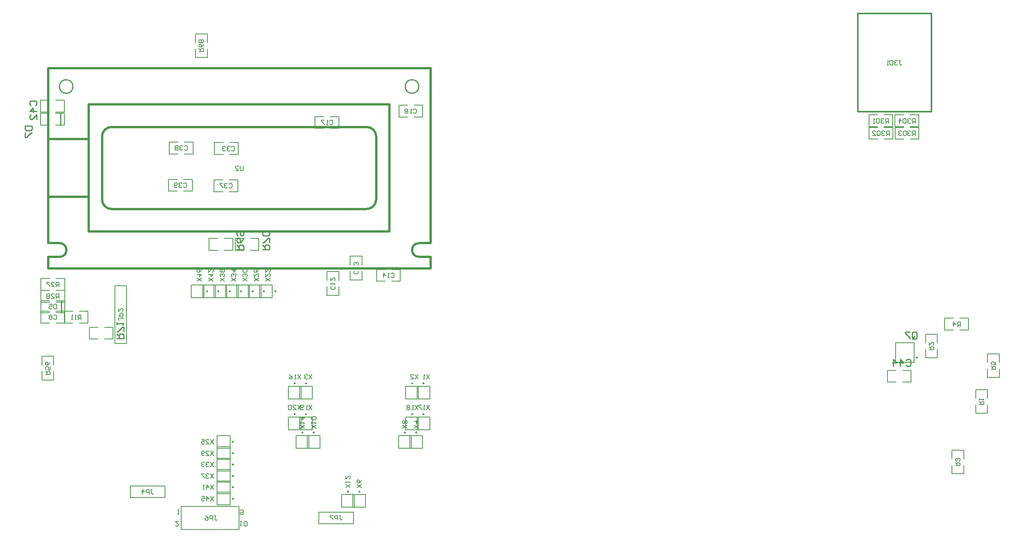
<source format=gbo>
%FSLAX43Y43*%
%MOMM*%
G71*
G01*
G75*
%ADD10C,0.300*%
%ADD11C,0.200*%
%ADD12R,1.600X1.800*%
%ADD13R,0.550X1.450*%
%ADD14R,0.550X1.450*%
%ADD15R,0.850X1.300*%
%ADD16C,0.063*%
%ADD17R,10.200X7.300*%
%ADD18R,3.500X2.150*%
%ADD19R,1.100X2.150*%
%ADD20R,1.100X2.150*%
%ADD21R,0.600X2.200*%
%ADD22R,0.600X2.200*%
%ADD23R,2.200X0.600*%
%ADD24R,2.200X0.600*%
%ADD25R,1.800X1.600*%
%ADD26R,1.300X0.850*%
%ADD27R,1.000X2.600*%
%ADD28R,8.000X3.500*%
%ADD29R,6.000X6.000*%
%ADD30R,4.000X3.000*%
%ADD31R,3.000X4.000*%
%ADD32O,5.000X0.600*%
%ADD33R,0.600X1.550*%
%ADD34R,0.600X1.550*%
%ADD35R,1.700X0.600*%
%ADD36R,1.700X0.600*%
%ADD37R,2.700X2.500*%
%ADD38C,1.000*%
%ADD39C,0.400*%
%ADD40C,0.250*%
%ADD41C,0.500*%
%ADD42C,0.800*%
%ADD43C,0.700*%
%ADD44C,1.500*%
%ADD45C,0.600*%
%ADD46C,2.000*%
%ADD47C,0.254*%
%ADD48R,3.000X3.000*%
%ADD49C,1.500*%
%ADD50R,1.500X1.500*%
%ADD51C,5.000*%
%ADD52C,2.400*%
%ADD53C,4.000*%
%ADD54C,2.000*%
%ADD55R,2.000X2.000*%
%ADD56C,1.300*%
%ADD57C,1.400*%
%ADD58C,5.500*%
%ADD59C,3.000*%
%ADD60C,1.800*%
%ADD61R,1.800X1.800*%
%ADD62C,3.500*%
%ADD63C,2.500*%
%ADD64C,1.690*%
%ADD65R,1.690X1.690*%
%ADD66O,1.500X2.000*%
%ADD67R,1.500X2.000*%
%ADD68C,1.200*%
%ADD69C,1.100*%
%ADD70C,0.180*%
%ADD71C,0.150*%
%ADD72C,0.480*%
D10*
X97450Y88550D02*
X105550Y88550D01*
X97450Y99350D02*
X97450Y88550D01*
X105550Y88550D02*
X113650Y88550D01*
X113650Y99350D01*
X97450Y110150D02*
X105550D01*
X97450Y99350D02*
Y110150D01*
X105550D02*
X113650D01*
Y99350D02*
Y110150D01*
D11*
X-50397Y79297D02*
X-48497D01*
X-50397Y81897D02*
X-48497D01*
X-53697Y79297D02*
X-51797D01*
X-53697Y81897D02*
X-51797D01*
X-53697Y79297D02*
Y81897D01*
X-48497Y79297D02*
Y81897D01*
X-81903Y44703D02*
X-80003D01*
X-81903Y42103D02*
X-80003D01*
X-78603Y44703D02*
X-76703D01*
X-78603Y42103D02*
X-76703D01*
Y44703D01*
X-81903Y42103D02*
Y44703D01*
X-21703Y87503D02*
X-19803D01*
X-21703Y84903D02*
X-19803D01*
X-18403Y87503D02*
X-16503D01*
X-18403Y84903D02*
X-16503D01*
Y87503D01*
X-21703Y84903D02*
Y87503D01*
X-43803Y81803D02*
X-41903D01*
X-43803Y79203D02*
X-41903D01*
X-40503Y81803D02*
X-38603D01*
X-40503Y79203D02*
X-38603D01*
Y81803D01*
X-43803Y79203D02*
Y81803D01*
X-43903Y73603D02*
X-42003D01*
X-43903Y71003D02*
X-42003D01*
X-40603Y73603D02*
X-38703D01*
X-40603Y71003D02*
X-38703D01*
Y73603D01*
X-43903Y71003D02*
Y73603D01*
X-50597Y71097D02*
X-48697D01*
X-50597Y73697D02*
X-48697D01*
X-53897Y71097D02*
X-51997D01*
X-53897Y73697D02*
X-51997D01*
X-53897Y71097D02*
Y73697D01*
X-48697Y71097D02*
Y73697D01*
X-19103Y48197D02*
Y50097D01*
X-16503Y48197D02*
Y50097D01*
X-19103Y51497D02*
Y53397D01*
X-16503Y51497D02*
Y53397D01*
X-19103D02*
X-16503D01*
X-19103Y48197D02*
X-16503D01*
X-11397Y54903D02*
Y56803D01*
X-13997Y54903D02*
Y56803D01*
X-11397Y51603D02*
Y53503D01*
X-13997Y51603D02*
Y53503D01*
Y51603D02*
X-11397D01*
X-13997Y56803D02*
X-11397D01*
X-4897Y51297D02*
X-2997D01*
X-4897Y53897D02*
X-2997D01*
X-8197Y51297D02*
X-6297D01*
X-8197Y53897D02*
X-6297D01*
X-8197Y51297D02*
Y53897D01*
X-2997Y51297D02*
Y53897D01*
X3Y87397D02*
X1903D01*
X3Y89997D02*
X1903D01*
X-3297Y87397D02*
X-1397D01*
X-3297Y89997D02*
X-1397D01*
X-3297Y87397D02*
Y89997D01*
X1903Y87397D02*
Y89997D01*
X-82005Y88212D02*
X-82005Y85612D01*
X-76805Y85612D02*
Y88212D01*
X-78705Y85612D02*
X-76805Y85612D01*
X-78705Y88212D02*
X-76805Y88212D01*
X-82005Y85612D02*
X-80105Y85612D01*
X-82005Y88212D02*
X-80105Y88212D01*
X-82003Y88503D02*
Y91103D01*
X-76803Y88503D02*
X-76803Y91103D01*
X-78703Y88503D02*
X-76803D01*
X-78703Y91103D02*
X-76803D01*
X-82003Y88503D02*
X-80103Y88503D01*
X-82003Y91103D02*
X-80103D01*
X-66097Y38597D02*
Y41197D01*
X-71297Y38597D02*
Y41197D01*
X-69397Y41197D01*
X-71297Y38597D02*
X-69397D01*
X-67997Y41197D02*
X-66097Y41197D01*
X-67997Y38597D02*
X-66097D01*
X-34097Y58097D02*
Y60697D01*
X-39297Y58097D02*
Y60697D01*
X-37397Y60697D01*
X-39297Y58097D02*
X-37397D01*
X-35997Y60697D02*
X-34097Y60697D01*
X-35997Y58097D02*
X-34097D01*
X-39797D02*
Y60697D01*
X-44997Y58097D02*
Y60697D01*
X-43097Y60697D01*
X-44997Y58097D02*
X-43097D01*
X-41697Y60697D02*
X-39797Y60697D01*
X-41697Y58097D02*
X-39797D01*
X-24800Y18650D02*
Y21450D01*
X-27600Y18650D02*
X-24800D01*
X-27600D02*
Y21450D01*
X-27600Y21450D02*
X-24800D01*
X-25100D02*
X-22300D01*
X-25100Y18650D02*
Y21450D01*
Y18650D02*
X-22300D01*
X-22300Y18650D02*
Y21450D01*
X3500Y25400D02*
Y28200D01*
X700Y25400D02*
X3500D01*
X700D02*
Y28200D01*
X700Y28200D02*
X3500D01*
X-73497Y42097D02*
X-71597D01*
X-73497Y44697D02*
X-71597Y44697D01*
X-76797Y42097D02*
X-74897D01*
X-76797Y44697D02*
X-74897Y44697D01*
X-76797Y42097D02*
Y44697D01*
X-71597Y42097D02*
Y44697D01*
X-78597Y49297D02*
X-76697D01*
X-78597Y51897D02*
X-76697Y51897D01*
X-81897Y49297D02*
X-79997D01*
X-81897Y51897D02*
X-79997Y51897D01*
X-81897Y49297D02*
Y51897D01*
X-76697Y49297D02*
Y51897D01*
X-81905Y47012D02*
X-80005Y47012D01*
X-81905Y44412D02*
X-80005Y44412D01*
X-78605Y47012D02*
X-76705Y47012D01*
X-78605Y44412D02*
X-76705Y44412D01*
Y47012D01*
X-81905Y47012D02*
X-81905Y44412D01*
X-78597Y46697D02*
X-76697Y46697D01*
X-78597Y49297D02*
X-76697Y49297D01*
X-81897Y46697D02*
X-79997Y46697D01*
X-81897Y49297D02*
X-79997Y49297D01*
X-81897Y46697D02*
Y49297D01*
X-76697Y46697D02*
Y49297D01*
X-47997Y105703D02*
X-45397D01*
X-47997Y100503D02*
X-45397D01*
X-47997Y102403D02*
X-47997Y100503D01*
X-45397D02*
Y102403D01*
X-47997Y103803D02*
X-47997Y105703D01*
X-45397Y103803D02*
Y105703D01*
X-62270Y6270D02*
X-54650D01*
Y3730D02*
Y6270D01*
X-62270Y3730D02*
X-54650D01*
X-62270D02*
Y6270D01*
X1000Y25400D02*
Y28200D01*
X-1800Y25400D02*
X1000D01*
X-1800D02*
Y28200D01*
X-1800Y28200D02*
X1000D01*
Y18650D02*
Y21450D01*
X-1800Y18650D02*
X1000D01*
X-1800D02*
Y21450D01*
X-1800Y21450D02*
X1000D01*
X1900Y14600D02*
Y17400D01*
X-900Y14600D02*
X1900D01*
X-900D02*
Y17400D01*
X-900Y17400D02*
X1900D01*
X3500Y18650D02*
Y21450D01*
X700Y18650D02*
X3500D01*
X700D02*
Y21450D01*
X700Y21450D02*
X3500D01*
X-24800Y25400D02*
Y28200D01*
X-27600Y25400D02*
X-24800D01*
X-27600D02*
Y28200D01*
X-27600Y28200D02*
X-24800D01*
X-22300Y25400D02*
Y28200D01*
X-25100Y25400D02*
X-22300D01*
X-25100D02*
Y28200D01*
X-25100Y28200D02*
X-22300D01*
X-23100Y14600D02*
Y17400D01*
X-25900Y14600D02*
X-23100D01*
X-25900D02*
Y17400D01*
X-25900Y17400D02*
X-23100D01*
X-23400D02*
X-20600D01*
X-23400Y14600D02*
Y17400D01*
Y14600D02*
X-20600D01*
X-20600Y14600D02*
Y17400D01*
X-20879Y559D02*
X-13259Y559D01*
Y-1981D02*
Y559D01*
X-20879Y-1981D02*
X-13259Y-1981D01*
X-20879Y-1981D02*
Y559D01*
X-13100Y1600D02*
Y4400D01*
X-15900Y1600D02*
X-13100D01*
X-15900D02*
Y4400D01*
X-15900Y4400D02*
X-13100D01*
X-13400D02*
X-10600D01*
X-13400Y1600D02*
Y4400D01*
Y1600D02*
X-10600D01*
X-10600Y1600D02*
Y4400D01*
X-3400Y17400D02*
X-600D01*
X-3400Y14600D02*
Y17400D01*
Y14600D02*
X-600D01*
X-600Y14600D02*
Y17400D01*
X-46400Y47700D02*
X-43600D01*
X-46400Y47700D02*
Y50500D01*
X-43600D01*
X-43600Y47700D02*
Y50500D01*
X-48900Y47700D02*
X-46100D01*
X-48900Y47700D02*
Y50500D01*
X-46100D01*
X-46100Y47700D02*
Y50500D01*
X-65670Y50330D02*
X-63130D01*
X-65670Y37630D02*
Y50330D01*
X-63130Y37630D02*
Y50330D01*
X-65670Y37630D02*
X-63130D01*
X-43200Y14600D02*
X-40400D01*
X-43200Y14600D02*
Y17400D01*
X-40400D01*
X-40400Y14600D02*
Y17400D01*
X-43200Y12100D02*
X-40400D01*
X-43200Y12100D02*
Y14900D01*
X-40400D01*
X-40400Y12100D02*
Y14900D01*
X-43200Y9600D02*
X-40400D01*
X-43200Y9600D02*
Y12400D01*
X-40400D01*
X-40400Y9600D02*
Y12400D01*
X-43200Y7100D02*
X-40400D01*
X-43200Y7100D02*
Y9900D01*
X-40400D01*
X-40400Y7100D02*
Y9900D01*
X-43200Y4600D02*
X-40400D01*
X-43200Y4600D02*
Y7400D01*
X-40400D01*
X-40400Y4600D02*
Y7400D01*
X-43200Y2100D02*
X-40400D01*
X-43200Y2100D02*
Y4900D01*
X-40400D01*
X-40400Y2100D02*
Y4900D01*
X-41100Y47700D02*
Y50500D01*
X-43900Y50500D02*
X-41100D01*
X-43900Y47700D02*
Y50500D01*
X-43900Y47700D02*
X-41100D01*
X-41400D02*
X-38600D01*
X-41400Y47700D02*
Y50500D01*
X-38600D01*
X-38600Y47700D02*
Y50500D01*
X-51070Y1770D02*
X-38370D01*
X-51070Y-3310D02*
X-38370D01*
X-51070D02*
Y1770D01*
X-38370Y-3310D02*
Y1770D01*
X-38900Y47700D02*
X-36100D01*
X-38900Y47700D02*
Y50500D01*
X-36100D01*
X-36100Y47700D02*
Y50500D01*
X-36400Y47700D02*
X-33600D01*
X-36400Y47700D02*
Y50500D01*
X-33600D01*
X-33600Y47700D02*
Y50500D01*
X-33900Y47700D02*
X-31100D01*
X-33900Y47700D02*
Y50500D01*
X-31100D01*
X-31100Y47700D02*
Y50500D01*
X-81700Y29600D02*
Y31500D01*
X-79100Y29600D02*
Y31500D01*
X-81700Y32900D02*
Y34800D01*
X-79100Y32900D02*
Y34800D01*
X-81700D02*
X-79100D01*
X-81700Y29600D02*
X-79100D01*
X103238Y85257D02*
X105138Y85257D01*
X103238Y87857D02*
X105138D01*
X99938Y85257D02*
X101838Y85257D01*
X99938Y87857D02*
X101838Y87857D01*
X99938Y85257D02*
Y87857D01*
X105138Y85257D02*
Y87857D01*
X105663Y85143D02*
X107563D01*
X105663Y82543D02*
X107563Y82543D01*
X108963Y85143D02*
X110863Y85143D01*
X108963Y82543D02*
X110863D01*
X110863Y85143D01*
X105663Y82543D02*
Y85143D01*
X108938Y85257D02*
X110838D01*
X108938Y87857D02*
X110838Y87857D01*
X105638Y85257D02*
X107538D01*
X105638Y87857D02*
X107538Y87857D01*
X105638Y87857D02*
X105638Y85257D01*
X110838D02*
Y87857D01*
X99963Y85143D02*
X101863Y85143D01*
X99963Y82543D02*
X101863D01*
X103263Y85143D02*
X105163Y85143D01*
X103263Y82543D02*
X105163Y82543D01*
Y85143D01*
X99963Y82543D02*
Y85143D01*
X125950Y35350D02*
X128550D01*
X125950Y30150D02*
X128550D01*
X125950D02*
Y32050D01*
X128550Y30150D02*
Y32050D01*
X125950Y33450D02*
Y35350D01*
X128550Y33450D02*
Y35350D01*
X119850Y40550D02*
X121750D01*
X119850Y43150D02*
X121750D01*
X116550Y40550D02*
X118450D01*
X116550Y43150D02*
X118450D01*
X116550Y40550D02*
Y43150D01*
X121750Y40550D02*
Y43150D01*
X112350Y34450D02*
Y36350D01*
X114950Y34450D02*
Y36350D01*
X112350Y37750D02*
Y39650D01*
X114950Y37750D02*
Y39650D01*
X112350D02*
X114950D01*
X112350Y34450D02*
X114950D01*
X120750Y12250D02*
Y14150D01*
X118150Y12250D02*
Y14150D01*
X120750Y8950D02*
Y10850D01*
X118150Y8950D02*
Y10850D01*
Y8950D02*
X120750D01*
X118150Y14150D02*
X120750D01*
X105798Y33448D02*
X109798D01*
Y37748D01*
X105798D02*
X109798D01*
X105798Y33448D02*
Y37748D01*
X109192Y29107D02*
X109192Y31707D01*
X103992Y29107D02*
Y31707D01*
X105892D01*
X103992Y29107D02*
X105892D01*
X107292Y31707D02*
X109192Y31707D01*
X107292Y29107D02*
X109192D01*
X123350Y27450D02*
X125950D01*
X123350Y22250D02*
X125950D01*
X123350D02*
Y24150D01*
X125950Y22250D02*
Y24150D01*
X123350Y25550D02*
Y27450D01*
X125950Y25550D02*
Y27450D01*
D40*
X-26075Y22100D02*
G03*
X-26075Y22100I-125J0D01*
G01*
X-23575D02*
G03*
X-23575Y22100I-125J0D01*
G01*
X2225Y28850D02*
G03*
X2225Y28850I-125J0D01*
G01*
X-275D02*
G03*
X-275Y28850I-125J0D01*
G01*
Y22100D02*
G03*
X-275Y22100I-125J0D01*
G01*
X625Y18050D02*
G03*
X625Y18050I-125J0D01*
G01*
X2225Y22100D02*
G03*
X2225Y22100I-125J0D01*
G01*
X-26075Y28850D02*
G03*
X-26075Y28850I-125J0D01*
G01*
X-23575D02*
G03*
X-23575Y28850I-125J0D01*
G01*
X-24375Y18050D02*
G03*
X-24375Y18050I-125J0D01*
G01*
X-21875D02*
G03*
X-21875Y18050I-125J0D01*
G01*
X-14375Y5050D02*
G03*
X-14375Y5050I-125J0D01*
G01*
X-11875D02*
G03*
X-11875Y5050I-125J0D01*
G01*
X-1875Y18050D02*
G03*
X-1875Y18050I-125J0D01*
G01*
X-42825Y49100D02*
G03*
X-42825Y49100I-125J0D01*
G01*
X-45325D02*
G03*
X-45325Y49100I-125J0D01*
G01*
X-39625Y16000D02*
G03*
X-39625Y16000I-125J0D01*
G01*
Y13500D02*
G03*
X-39625Y13500I-125J0D01*
G01*
Y11000D02*
G03*
X-39625Y11000I-125J0D01*
G01*
Y8500D02*
G03*
X-39625Y8500I-125J0D01*
G01*
Y6000D02*
G03*
X-39625Y6000I-125J0D01*
G01*
Y3500D02*
G03*
X-39625Y3500I-125J0D01*
G01*
X-40325Y49100D02*
G03*
X-40325Y49100I-125J0D01*
G01*
X-37825D02*
G03*
X-37825Y49100I-125J0D01*
G01*
X-35325D02*
G03*
X-35325Y49100I-125J0D01*
G01*
X-32825D02*
G03*
X-32825Y49100I-125J0D01*
G01*
X-30325D02*
G03*
X-30325Y49100I-125J0D01*
G01*
X110573Y34498D02*
G03*
X110573Y34498I-125J0D01*
G01*
D41*
X-66340Y85217D02*
G03*
X-68499Y83185I-64J-2095D01*
G01*
X-8301D02*
G03*
X-10460Y85217I-2095J-64D01*
G01*
X-68499Y69215D02*
G03*
X-66340Y67183I2095J64D01*
G01*
X-10460D02*
G03*
X-10460Y67183I0J0D01*
G01*
G03*
X-8301Y69215I64J2095D01*
G01*
X-80363Y69850D02*
X-71420D01*
X-80363Y82550D02*
X-71420D01*
Y76200D02*
Y90170D01*
X-38400D01*
X-5380Y76200D02*
Y90170D01*
X-38400D02*
X-5380D01*
X-71420Y62230D02*
Y76200D01*
Y62230D02*
X-38400D01*
X-5380D02*
Y76200D01*
X-38400Y62230D02*
X-5380D01*
X-68499Y76200D02*
Y83185D01*
X-66340Y85217D02*
X-38400D01*
X-8301Y76200D02*
Y83185D01*
X-38400Y85217D02*
X-10460D01*
X-68499Y69215D02*
Y76200D01*
X-66340Y67183D02*
X-38400D01*
X-8301Y69215D02*
Y76200D01*
X-38400Y67183D02*
X-10460D01*
X-80363Y59690D02*
Y98171D01*
Y54102D02*
Y56642D01*
X-77847D01*
X-80339Y59666D02*
X-77823D01*
X3637Y59690D02*
Y98171D01*
Y54102D02*
Y56642D01*
X3613Y56666D02*
X3637Y56642D01*
X1121D02*
X3637D01*
X3613Y59666D02*
X3637Y59690D01*
X1097Y59666D02*
X3613D01*
X-80310Y98171D02*
X3637D01*
X-80363Y98118D02*
X-80310Y98171D01*
X-80363Y54102D02*
X3637D01*
D47*
X-74873Y94107D02*
G03*
X-74873Y94107I-1500J0D01*
G01*
X1073D02*
G03*
X1073Y94107I-1500J0D01*
G01*
X-77600Y85600D02*
Y88200D01*
X-77453Y44400D02*
Y47000D01*
X-65234Y38745D02*
X-63710D01*
Y39506D01*
X-63964Y39760D01*
X-64472D01*
X-64726Y39506D01*
Y38745D01*
Y39252D02*
X-65234Y39760D01*
X-63710Y40268D02*
Y41284D01*
X-63964D01*
X-64980Y40268D01*
X-65234D01*
Y41792D02*
Y42299D01*
Y42046D01*
X-63710D01*
X-63964Y41792D01*
X-85423Y85450D02*
X-83900D01*
Y84688D01*
X-84154Y84434D01*
X-85169D01*
X-85423Y84688D01*
Y85450D01*
Y83926D02*
Y82911D01*
X-85169D01*
X-84154Y83926D01*
X-83900D01*
X-84119Y89934D02*
X-84373Y90188D01*
Y90696D01*
X-84119Y90950D01*
X-83104D01*
X-82850Y90696D01*
Y90188D01*
X-83104Y89934D01*
X-82850Y88665D02*
X-84373D01*
X-83612Y89426D01*
Y88411D01*
X-82850Y86887D02*
Y87903D01*
X-83865Y86887D01*
X-84119D01*
X-84373Y87141D01*
Y87649D01*
X-84119Y87903D01*
X-33234Y58243D02*
X-31710D01*
Y59005D01*
X-31964Y59259D01*
X-32472D01*
X-32726Y59005D01*
Y58243D01*
Y58751D02*
X-33234Y59259D01*
X-31710Y59767D02*
Y60782D01*
X-31964D01*
X-32980Y59767D01*
X-33234D01*
X-31964Y61290D02*
X-31710Y61544D01*
Y62052D01*
X-31964Y62306D01*
X-32980D01*
X-33234Y62052D01*
Y61544D01*
X-32980Y61290D01*
X-31964D01*
X-38934Y58251D02*
X-37410D01*
Y59013D01*
X-37664Y59267D01*
X-38172D01*
X-38426Y59013D01*
Y58251D01*
Y58759D02*
X-38934Y59267D01*
X-37410Y60790D02*
X-37664Y60283D01*
X-38172Y59775D01*
X-38680D01*
X-38934Y60029D01*
Y60536D01*
X-38680Y60790D01*
X-38426D01*
X-38172Y60536D01*
Y59775D01*
X-38680Y61298D02*
X-38934Y61552D01*
Y62060D01*
X-38680Y62314D01*
X-37664D01*
X-37410Y62060D01*
Y61552D01*
X-37664Y61298D01*
X-37918D01*
X-38172Y61552D01*
Y62314D01*
X108024Y33840D02*
X108278Y34094D01*
X108786D01*
X109039Y33840D01*
Y32825D01*
X108786Y32571D01*
X108278D01*
X108024Y32825D01*
X106754Y32571D02*
Y34094D01*
X107516Y33333D01*
X106500D01*
X105231Y32571D02*
Y34094D01*
X105992Y33333D01*
X104977D01*
X109429Y38857D02*
Y39872D01*
X109683Y40126D01*
X110191D01*
X110445Y39872D01*
Y38857D01*
X110191Y38603D01*
X109683D01*
X109937Y39110D02*
X109429Y38603D01*
X109683D02*
X109429Y38857D01*
X108921Y40126D02*
X107906D01*
Y39872D01*
X108921Y38857D01*
Y38603D01*
D70*
X-47196Y101761D02*
X-46196D01*
Y102261D01*
X-46363Y102428D01*
X-46696D01*
X-46862Y102261D01*
Y101761D01*
Y102095D02*
X-47196Y102428D01*
X-46196Y103428D02*
X-46363Y103094D01*
X-46696Y102761D01*
X-47029D01*
X-47196Y102928D01*
Y103261D01*
X-47029Y103428D01*
X-46862D01*
X-46696Y103261D01*
Y102761D01*
X-46363Y103761D02*
X-46196Y103927D01*
Y104261D01*
X-46363Y104427D01*
X-46529D01*
X-46696Y104261D01*
X-46862Y104427D01*
X-47029D01*
X-47196Y104261D01*
Y103927D01*
X-47029Y103761D01*
X-46862D01*
X-46696Y103927D01*
X-46529Y103761D01*
X-46363D01*
X-46696Y103927D02*
Y104261D01*
X126743Y31911D02*
X127743D01*
Y32411D01*
X127577Y32578D01*
X127243D01*
X127077Y32411D01*
Y31911D01*
Y32245D02*
X126743Y32578D01*
X127743Y33578D02*
Y32911D01*
X127243D01*
X127410Y33244D01*
Y33411D01*
X127243Y33578D01*
X126910D01*
X126743Y33411D01*
Y33078D01*
X126910Y32911D01*
X119987Y41360D02*
Y42360D01*
X119487D01*
X119321Y42193D01*
Y41860D01*
X119487Y41693D01*
X119987D01*
X119654D02*
X119321Y41360D01*
X118488D02*
Y42360D01*
X118987Y41860D01*
X118321D01*
X118946Y10728D02*
X119945D01*
Y11228D01*
X119779Y11394D01*
X119446D01*
X119279Y11228D01*
Y10728D01*
Y11061D02*
X118946Y11394D01*
X119779Y11727D02*
X119945Y11894D01*
Y12227D01*
X119779Y12394D01*
X119612D01*
X119446Y12227D01*
Y12061D01*
Y12227D01*
X119279Y12394D01*
X119112D01*
X118946Y12227D01*
Y11894D01*
X119112Y11727D01*
X113155Y36229D02*
X114154D01*
Y36729D01*
X113988Y36896D01*
X113654D01*
X113488Y36729D01*
Y36229D01*
Y36563D02*
X113155Y36896D01*
Y37896D02*
Y37229D01*
X113821Y37896D01*
X113988D01*
X114154Y37729D01*
Y37396D01*
X113988Y37229D01*
X124153Y24190D02*
X125152D01*
Y24690D01*
X124986Y24856D01*
X124653D01*
X124486Y24690D01*
Y24190D01*
Y24523D02*
X124153Y24856D01*
Y25189D02*
Y25523D01*
Y25356D01*
X125152D01*
X124986Y25189D01*
X110081Y86064D02*
Y87064D01*
X109581D01*
X109415Y86897D01*
Y86564D01*
X109581Y86397D01*
X110081D01*
X109748D02*
X109415Y86064D01*
X109081Y86897D02*
X108915Y87064D01*
X108582D01*
X108415Y86897D01*
Y86731D01*
X108582Y86564D01*
X108748D01*
X108582D01*
X108415Y86397D01*
Y86231D01*
X108582Y86064D01*
X108915D01*
X109081Y86231D01*
X108082Y86897D02*
X107915Y87064D01*
X107582D01*
X107415Y86897D01*
Y86231D01*
X107582Y86064D01*
X107915D01*
X108082Y86231D01*
Y86897D01*
X106582Y86064D02*
Y87064D01*
X107082Y86564D01*
X106416D01*
X110106Y83346D02*
Y84346D01*
X109607D01*
X109440Y84179D01*
Y83846D01*
X109607Y83680D01*
X110106D01*
X109773D02*
X109440Y83346D01*
X109107Y84179D02*
X108940Y84346D01*
X108607D01*
X108440Y84179D01*
Y84013D01*
X108607Y83846D01*
X108774D01*
X108607D01*
X108440Y83680D01*
Y83513D01*
X108607Y83346D01*
X108940D01*
X109107Y83513D01*
X108107Y84179D02*
X107941Y84346D01*
X107607D01*
X107441Y84179D01*
Y83513D01*
X107607Y83346D01*
X107941D01*
X108107Y83513D01*
Y84179D01*
X107107D02*
X106941Y84346D01*
X106608D01*
X106441Y84179D01*
Y84013D01*
X106608Y83846D01*
X106774D01*
X106608D01*
X106441Y83680D01*
Y83513D01*
X106608Y83346D01*
X106941D01*
X107107Y83513D01*
X104392Y83346D02*
Y84346D01*
X103892D01*
X103725Y84179D01*
Y83846D01*
X103892Y83680D01*
X104392D01*
X104058D02*
X103725Y83346D01*
X103392Y84179D02*
X103225Y84346D01*
X102892D01*
X102725Y84179D01*
Y84013D01*
X102892Y83846D01*
X103059D01*
X102892D01*
X102725Y83680D01*
Y83513D01*
X102892Y83346D01*
X103225D01*
X103392Y83513D01*
X102392Y84179D02*
X102226Y84346D01*
X101892D01*
X101726Y84179D01*
Y83513D01*
X101892Y83346D01*
X102226D01*
X102392Y83513D01*
Y84179D01*
X100726Y83346D02*
X101392D01*
X100726Y84013D01*
Y84179D01*
X100893Y84346D01*
X101226D01*
X101392Y84179D01*
X104214Y86064D02*
Y87064D01*
X103714D01*
X103547Y86897D01*
Y86564D01*
X103714Y86397D01*
X104214D01*
X103880D02*
X103547Y86064D01*
X103214Y86897D02*
X103047Y87064D01*
X102714D01*
X102548Y86897D01*
Y86731D01*
X102714Y86564D01*
X102881D01*
X102714D01*
X102548Y86397D01*
Y86231D01*
X102714Y86064D01*
X103047D01*
X103214Y86231D01*
X102214Y86897D02*
X102048Y87064D01*
X101715D01*
X101548Y86897D01*
Y86231D01*
X101715Y86064D01*
X102048D01*
X102214Y86231D01*
Y86897D01*
X101215Y86064D02*
X100881D01*
X101048D01*
Y87064D01*
X101215Y86897D01*
X106544Y99840D02*
X106878D01*
X106711D01*
Y99007D01*
X106878Y98840D01*
X107044D01*
X107211Y99007D01*
X106211Y99673D02*
X106045Y99840D01*
X105711D01*
X105545Y99673D01*
Y99507D01*
X105711Y99340D01*
X105878D01*
X105711D01*
X105545Y99174D01*
Y99007D01*
X105711Y98840D01*
X106045D01*
X106211Y99007D01*
X105212Y99673D02*
X105045Y99840D01*
X104712D01*
X104545Y99673D01*
Y99007D01*
X104712Y98840D01*
X105045D01*
X105212Y99007D01*
Y99673D01*
X104212Y98840D02*
X103879D01*
X104045D01*
Y99840D01*
X104212Y99673D01*
X-24869Y24046D02*
X-25536Y23047D01*
Y24046D02*
X-24869Y23047D01*
X-26535D02*
X-25869D01*
X-26535Y23713D01*
Y23880D01*
X-26369Y24046D01*
X-26035D01*
X-25869Y23880D01*
X-26868D02*
X-27035Y24046D01*
X-27368D01*
X-27535Y23880D01*
Y23213D01*
X-27368Y23047D01*
X-27035D01*
X-26868Y23213D01*
Y23880D01*
X-22380Y24046D02*
X-23046Y23047D01*
Y24046D02*
X-22380Y23047D01*
X-23380D02*
X-23713D01*
X-23546D01*
Y24046D01*
X-23380Y23880D01*
X-24213Y23213D02*
X-24379Y23047D01*
X-24712D01*
X-24879Y23213D01*
Y23880D01*
X-24712Y24046D01*
X-24379D01*
X-24213Y23880D01*
Y23713D01*
X-24379Y23547D01*
X-24879D01*
X912Y24046D02*
X245Y23047D01*
Y24046D02*
X912Y23047D01*
X-88D02*
X-421D01*
X-254D01*
Y24046D01*
X-88Y23880D01*
X-921D02*
X-1087Y24046D01*
X-1421D01*
X-1587Y23880D01*
Y23713D01*
X-1421Y23547D01*
X-1587Y23380D01*
Y23213D01*
X-1421Y23047D01*
X-1087D01*
X-921Y23213D01*
Y23380D01*
X-1087Y23547D01*
X-921Y23713D01*
Y23880D01*
X-1087Y23547D02*
X-1421D01*
X3427Y24046D02*
X2760Y23047D01*
Y24046D02*
X3427Y23047D01*
X2427D02*
X2094D01*
X2260D01*
Y24046D01*
X2427Y23880D01*
X1594Y24046D02*
X927D01*
Y23880D01*
X1594Y23213D01*
Y23047D01*
X-24869Y30777D02*
X-25536Y29778D01*
Y30777D02*
X-24869Y29778D01*
X-25869D02*
X-26202D01*
X-26035D01*
Y30777D01*
X-25869Y30611D01*
X-27368Y30777D02*
X-27035Y30611D01*
X-26702Y30278D01*
Y29944D01*
X-26868Y29778D01*
X-27202D01*
X-27368Y29944D01*
Y30111D01*
X-27202Y30278D01*
X-26702D01*
X-22380Y30777D02*
X-23046Y29778D01*
Y30777D02*
X-22380Y29778D01*
X-23380Y30611D02*
X-23546Y30777D01*
X-23879D01*
X-24046Y30611D01*
Y30444D01*
X-23879Y30278D01*
X-23713D01*
X-23879D01*
X-24046Y30111D01*
Y29944D01*
X-23879Y29778D01*
X-23546D01*
X-23380Y29944D01*
X912Y30777D02*
X245Y29778D01*
Y30777D02*
X912Y29778D01*
X-754D02*
X-88D01*
X-754Y30444D01*
Y30611D01*
X-588Y30777D01*
X-254D01*
X-88Y30611D01*
X3427Y30777D02*
X2760Y29778D01*
Y30777D02*
X3427Y29778D01*
X2427D02*
X2094D01*
X2260D01*
Y30777D01*
X2427Y30611D01*
X-43824Y-261D02*
X-43490D01*
X-43657D01*
Y-1094D01*
X-43490Y-1261D01*
X-43324D01*
X-43157Y-1094D01*
X-44157Y-1261D02*
Y-261D01*
X-44657D01*
X-44823Y-428D01*
Y-761D01*
X-44657Y-928D01*
X-44157D01*
X-45823Y-261D02*
X-45490Y-428D01*
X-45156Y-761D01*
Y-1094D01*
X-45323Y-1261D01*
X-45656D01*
X-45823Y-1094D01*
Y-928D01*
X-45656Y-761D01*
X-45156D01*
X-40066Y80783D02*
X-39900Y80950D01*
X-39566D01*
X-39400Y80783D01*
Y80117D01*
X-39566Y79950D01*
X-39900D01*
X-40066Y80117D01*
X-40399Y80783D02*
X-40566Y80950D01*
X-40899D01*
X-41066Y80783D01*
Y80616D01*
X-40899Y80450D01*
X-40733D01*
X-40899D01*
X-41066Y80283D01*
Y80117D01*
X-40899Y79950D01*
X-40566D01*
X-40399Y80117D01*
X-41399Y80783D02*
X-41566Y80950D01*
X-41899D01*
X-42066Y80783D01*
Y80616D01*
X-41899Y80450D01*
X-41732D01*
X-41899D01*
X-42066Y80283D01*
Y80117D01*
X-41899Y79950D01*
X-41566D01*
X-41399Y80117D01*
X-63900Y43322D02*
Y42989D01*
Y43155D01*
X-64733D01*
X-64899Y42989D01*
Y42822D01*
X-64733Y42656D01*
X-64899Y43655D02*
X-63900D01*
Y44155D01*
X-64066Y44322D01*
X-64400D01*
X-64566Y44155D01*
Y43655D01*
X-64899Y45321D02*
Y44655D01*
X-64233Y45321D01*
X-64066D01*
X-63900Y45155D01*
Y44822D01*
X-64066Y44655D01*
X-37518Y76624D02*
Y75791D01*
X-37685Y75625D01*
X-38018D01*
X-38185Y75791D01*
Y76624D01*
X-39184Y75625D02*
X-38518D01*
X-39184Y76291D01*
Y76458D01*
X-39018Y76624D01*
X-38685D01*
X-38518Y76458D01*
X-31591Y51292D02*
X-32591Y51958D01*
X-31591D02*
X-32591Y51292D01*
Y52958D02*
Y52291D01*
X-31924Y52958D01*
X-31758D01*
X-31591Y52791D01*
Y52458D01*
X-31758Y52291D01*
X-32591Y53957D02*
Y53291D01*
X-31924Y53957D01*
X-31758D01*
X-31591Y53791D01*
Y53458D01*
X-31758Y53291D01*
X-43995Y16503D02*
X-44662Y15503D01*
Y16503D02*
X-43995Y15503D01*
X-45661D02*
X-44995D01*
X-45661Y16169D01*
Y16336D01*
X-45495Y16503D01*
X-45162D01*
X-44995Y16336D01*
X-46661Y16503D02*
X-45995D01*
Y16003D01*
X-46328Y16169D01*
X-46494D01*
X-46661Y16003D01*
Y15670D01*
X-46494Y15503D01*
X-46161D01*
X-45995Y15670D01*
X-34106Y51292D02*
X-35105Y51958D01*
X-34106D02*
X-35105Y51292D01*
Y52958D02*
Y52291D01*
X-34439Y52958D01*
X-34272D01*
X-34106Y52791D01*
Y52458D01*
X-34272Y52291D01*
X-34106Y53957D02*
X-34272Y53624D01*
X-34605Y53291D01*
X-34939D01*
X-35105Y53458D01*
Y53791D01*
X-34939Y53957D01*
X-34772D01*
X-34605Y53791D01*
Y53291D01*
X-43995Y13988D02*
X-44662Y12988D01*
Y13988D02*
X-43995Y12988D01*
X-45661D02*
X-44995D01*
X-45661Y13655D01*
Y13821D01*
X-45495Y13988D01*
X-45162D01*
X-44995Y13821D01*
X-45995Y13155D02*
X-46161Y12988D01*
X-46494D01*
X-46661Y13155D01*
Y13821D01*
X-46494Y13988D01*
X-46161D01*
X-45995Y13821D01*
Y13655D01*
X-46161Y13488D01*
X-46661D01*
X-36595Y51292D02*
X-37595Y51958D01*
X-36595D02*
X-37595Y51292D01*
X-36761Y52291D02*
X-36595Y52458D01*
Y52791D01*
X-36761Y52958D01*
X-36928D01*
X-37095Y52791D01*
Y52625D01*
Y52791D01*
X-37261Y52958D01*
X-37428D01*
X-37595Y52791D01*
Y52458D01*
X-37428Y52291D01*
X-36761Y53291D02*
X-36595Y53458D01*
Y53791D01*
X-36761Y53957D01*
X-37428D01*
X-37595Y53791D01*
Y53458D01*
X-37428Y53291D01*
X-36761D01*
X-43995Y11499D02*
X-44662Y10499D01*
Y11499D02*
X-43995Y10499D01*
X-44995Y11332D02*
X-45162Y11499D01*
X-45495D01*
X-45661Y11332D01*
Y11166D01*
X-45495Y10999D01*
X-45328D01*
X-45495D01*
X-45661Y10832D01*
Y10666D01*
X-45495Y10499D01*
X-45162D01*
X-44995Y10666D01*
X-45995Y11332D02*
X-46161Y11499D01*
X-46494D01*
X-46661Y11332D01*
Y11166D01*
X-46494Y10999D01*
X-46328D01*
X-46494D01*
X-46661Y10832D01*
Y10666D01*
X-46494Y10499D01*
X-46161D01*
X-45995Y10666D01*
X-39109Y51292D02*
X-40109Y51958D01*
X-39109D02*
X-40109Y51292D01*
X-39276Y52291D02*
X-39109Y52458D01*
Y52791D01*
X-39276Y52958D01*
X-39443D01*
X-39609Y52791D01*
Y52625D01*
Y52791D01*
X-39776Y52958D01*
X-39942D01*
X-40109Y52791D01*
Y52458D01*
X-39942Y52291D01*
X-40109Y53791D02*
X-39109D01*
X-39609Y53291D01*
Y53957D01*
X-43995Y9010D02*
X-44662Y8010D01*
Y9010D02*
X-43995Y8010D01*
X-44995Y8843D02*
X-45162Y9010D01*
X-45495D01*
X-45661Y8843D01*
Y8676D01*
X-45495Y8510D01*
X-45328D01*
X-45495D01*
X-45661Y8343D01*
Y8177D01*
X-45495Y8010D01*
X-45162D01*
X-44995Y8177D01*
X-45995Y9010D02*
X-46661D01*
Y8843D01*
X-45995Y8177D01*
Y8010D01*
X-41599Y51292D02*
X-42598Y51958D01*
X-41599D02*
X-42598Y51292D01*
X-41765Y52291D02*
X-41599Y52458D01*
Y52791D01*
X-41765Y52958D01*
X-41932D01*
X-42098Y52791D01*
Y52625D01*
Y52791D01*
X-42265Y52958D01*
X-42432D01*
X-42598Y52791D01*
Y52458D01*
X-42432Y52291D01*
X-41765Y53291D02*
X-41599Y53458D01*
Y53791D01*
X-41765Y53957D01*
X-41932D01*
X-42098Y53791D01*
X-42265Y53957D01*
X-42432D01*
X-42598Y53791D01*
Y53458D01*
X-42432Y53291D01*
X-42265D01*
X-42098Y53458D01*
X-41932Y53291D01*
X-41765D01*
X-42098Y53458D02*
Y53791D01*
X-43995Y6495D02*
X-44662Y5495D01*
Y6495D02*
X-43995Y5495D01*
X-45495D02*
Y6495D01*
X-44995Y5995D01*
X-45661D01*
X-45995Y5495D02*
X-46328D01*
X-46161D01*
Y6495D01*
X-45995Y6328D01*
X-44088Y51292D02*
X-45088Y51958D01*
X-44088D02*
X-45088Y51292D01*
Y52791D02*
X-44088D01*
X-44588Y52291D01*
Y52958D01*
X-45088Y53957D02*
Y53291D01*
X-44421Y53957D01*
X-44254D01*
X-44088Y53791D01*
Y53458D01*
X-44254Y53291D01*
X-43995Y4006D02*
X-44662Y3006D01*
Y4006D02*
X-43995Y3006D01*
X-45495D02*
Y4006D01*
X-44995Y3506D01*
X-45661D01*
X-46661Y4006D02*
X-45995D01*
Y3506D01*
X-46328Y3673D01*
X-46494D01*
X-46661Y3506D01*
Y3173D01*
X-46494Y3006D01*
X-46161D01*
X-45995Y3173D01*
X-57794Y5504D02*
X-57460D01*
X-57627D01*
Y4671D01*
X-57460Y4505D01*
X-57294D01*
X-57127Y4671D01*
X-58127Y4505D02*
Y5504D01*
X-58627D01*
X-58793Y5338D01*
Y5005D01*
X-58627Y4838D01*
X-58127D01*
X-59626Y4505D02*
Y5504D01*
X-59126Y5005D01*
X-59793D01*
X-46602Y51292D02*
X-47602Y51958D01*
X-46602D02*
X-47602Y51292D01*
Y52791D02*
X-46602D01*
X-47102Y52291D01*
Y52958D01*
X-46602Y53957D02*
X-46769Y53624D01*
X-47102Y53291D01*
X-47435D01*
X-47602Y53458D01*
Y53791D01*
X-47435Y53957D01*
X-47269D01*
X-47102Y53791D01*
Y53291D01*
X-23996Y18983D02*
X-24996Y19649D01*
X-23996D02*
X-24996Y18983D01*
Y19982D02*
Y20316D01*
Y20149D01*
X-23996D01*
X-24163Y19982D01*
X-24996Y21315D02*
X-23996D01*
X-24496Y20816D01*
Y21482D01*
X-13989Y5978D02*
X-14988Y6644D01*
X-13989D02*
X-14988Y5978D01*
Y6978D02*
Y7311D01*
Y7144D01*
X-13989D01*
X-14155Y6978D01*
X-14988Y8477D02*
Y7811D01*
X-14322Y8477D01*
X-14155D01*
X-13989Y8311D01*
Y7977D01*
X-14155Y7811D01*
X-21507Y18983D02*
X-22507Y19649D01*
X-21507D02*
X-22507Y18983D01*
Y19982D02*
Y20316D01*
Y20149D01*
X-21507D01*
X-21674Y19982D01*
Y20816D02*
X-21507Y20982D01*
Y21315D01*
X-21674Y21482D01*
X-22340D01*
X-22507Y21315D01*
Y20982D01*
X-22340Y20816D01*
X-21674D01*
X-1492Y18983D02*
X-2492Y19649D01*
X-1492D02*
X-2492Y18983D01*
X-1659Y19982D02*
X-1492Y20149D01*
Y20482D01*
X-1659Y20649D01*
X-1825D01*
X-1992Y20482D01*
X-2158Y20649D01*
X-2325D01*
X-2492Y20482D01*
Y20149D01*
X-2325Y19982D01*
X-2158D01*
X-1992Y20149D01*
X-1825Y19982D01*
X-1659D01*
X-1992Y20149D02*
Y20482D01*
X-11500Y5978D02*
X-12499Y6644D01*
X-11500D02*
X-12499Y5978D01*
X-11500Y7644D02*
X-11666Y7311D01*
X-11999Y6978D01*
X-12333D01*
X-12499Y7144D01*
Y7478D01*
X-12333Y7644D01*
X-12166D01*
X-11999Y7478D01*
Y6978D01*
X997Y18983D02*
X-2Y19649D01*
X997D02*
X-2Y18983D01*
Y20482D02*
X997D01*
X497Y19982D01*
Y20649D01*
X-17457Y50231D02*
X-17291Y50064D01*
Y49731D01*
X-17457Y49564D01*
X-18124D01*
X-18291Y49731D01*
Y50064D01*
X-18124Y50231D01*
X-18291Y50564D02*
Y50897D01*
Y50731D01*
X-17291D01*
X-17457Y50564D01*
X-18291Y52064D02*
Y51397D01*
X-17624Y52064D01*
X-17457D01*
X-17291Y51897D01*
Y51564D01*
X-17457Y51397D01*
X-12377Y53609D02*
X-12211Y53442D01*
Y53109D01*
X-12377Y52943D01*
X-13044D01*
X-13210Y53109D01*
Y53442D01*
X-13044Y53609D01*
X-13210Y53942D02*
Y54276D01*
Y54109D01*
X-12211D01*
X-12377Y53942D01*
Y54775D02*
X-12211Y54942D01*
Y55275D01*
X-12377Y55442D01*
X-12544D01*
X-12711Y55275D01*
Y55109D01*
Y55275D01*
X-12877Y55442D01*
X-13044D01*
X-13210Y55275D01*
Y54942D01*
X-13044Y54775D01*
X-5038Y52937D02*
X-4871Y53104D01*
X-4538D01*
X-4371Y52937D01*
Y52271D01*
X-4538Y52104D01*
X-4871D01*
X-5038Y52271D01*
X-5371Y52104D02*
X-5704D01*
X-5538D01*
Y53104D01*
X-5371Y52937D01*
X-6704Y52104D02*
Y53104D01*
X-6204Y52604D01*
X-6870D01*
X-16392Y-211D02*
X-16058D01*
X-16225D01*
Y-1044D01*
X-16058Y-1210D01*
X-15892D01*
X-15725Y-1044D01*
X-16725Y-1210D02*
Y-211D01*
X-17225D01*
X-17391Y-377D01*
Y-710D01*
X-17225Y-877D01*
X-16725D01*
X-17724Y-211D02*
X-18391D01*
Y-377D01*
X-17724Y-1044D01*
Y-1210D01*
X-80901Y30870D02*
X-79902D01*
Y31370D01*
X-80068Y31536D01*
X-80402D01*
X-80568Y31370D01*
Y30870D01*
Y31203D02*
X-80901Y31536D01*
X-79902Y32536D02*
Y31870D01*
X-80402D01*
X-80235Y32203D01*
Y32370D01*
X-80402Y32536D01*
X-80735D01*
X-80901Y32370D01*
Y32036D01*
X-80735Y31870D01*
X-79902Y33536D02*
X-80068Y33203D01*
X-80402Y32869D01*
X-80735D01*
X-80901Y33036D01*
Y33369D01*
X-80735Y33536D01*
X-80568D01*
X-80402Y33369D01*
Y32869D01*
X-18525Y86542D02*
X-18359Y86708D01*
X-18025D01*
X-17859Y86542D01*
Y85875D01*
X-18025Y85709D01*
X-18359D01*
X-18525Y85875D01*
X-18858Y85709D02*
X-19192D01*
X-19025D01*
Y86708D01*
X-18858Y86542D01*
X-19691Y86708D02*
X-20358D01*
Y86542D01*
X-19691Y85875D01*
Y85709D01*
X-136Y89031D02*
X31Y89197D01*
X364D01*
X531Y89031D01*
Y88364D01*
X364Y88198D01*
X31D01*
X-136Y88364D01*
X-469Y88198D02*
X-802D01*
X-635D01*
Y89197D01*
X-469Y89031D01*
X-1302D02*
X-1468Y89197D01*
X-1802D01*
X-1968Y89031D01*
Y88864D01*
X-1802Y88698D01*
X-1968Y88531D01*
Y88364D01*
X-1802Y88198D01*
X-1468D01*
X-1302Y88364D01*
Y88531D01*
X-1468Y88698D01*
X-1302Y88864D01*
Y89031D01*
X-1468Y88698D02*
X-1802D01*
X-50631Y72724D02*
X-50464Y72891D01*
X-50131D01*
X-49964Y72724D01*
Y72058D01*
X-50131Y71891D01*
X-50464D01*
X-50631Y72058D01*
X-50964Y72724D02*
X-51131Y72891D01*
X-51464D01*
X-51630Y72724D01*
Y72557D01*
X-51464Y72391D01*
X-51297D01*
X-51464D01*
X-51630Y72224D01*
Y72058D01*
X-51464Y71891D01*
X-51131D01*
X-50964Y72058D01*
X-51964D02*
X-52130Y71891D01*
X-52463D01*
X-52630Y72058D01*
Y72724D01*
X-52463Y72891D01*
X-52130D01*
X-51964Y72724D01*
Y72557D01*
X-52130Y72391D01*
X-52630D01*
X-50428Y80928D02*
X-50261Y81095D01*
X-49928D01*
X-49761Y80928D01*
Y80262D01*
X-49928Y80095D01*
X-50261D01*
X-50428Y80262D01*
X-50761Y80928D02*
X-50927Y81095D01*
X-51261D01*
X-51427Y80928D01*
Y80762D01*
X-51261Y80595D01*
X-51094D01*
X-51261D01*
X-51427Y80428D01*
Y80262D01*
X-51261Y80095D01*
X-50927D01*
X-50761Y80262D01*
X-51760Y80928D02*
X-51927Y81095D01*
X-52260D01*
X-52427Y80928D01*
Y80762D01*
X-52260Y80595D01*
X-52427Y80428D01*
Y80262D01*
X-52260Y80095D01*
X-51927D01*
X-51760Y80262D01*
Y80428D01*
X-51927Y80595D01*
X-51760Y80762D01*
Y80928D01*
X-51927Y80595D02*
X-52260D01*
X-40623Y72622D02*
X-40457Y72789D01*
X-40123D01*
X-39957Y72622D01*
Y71956D01*
X-40123Y71789D01*
X-40457D01*
X-40623Y71956D01*
X-40956Y72622D02*
X-41123Y72789D01*
X-41456D01*
X-41623Y72622D01*
Y72456D01*
X-41456Y72289D01*
X-41290D01*
X-41456D01*
X-41623Y72123D01*
Y71956D01*
X-41456Y71789D01*
X-41123D01*
X-40956Y71956D01*
X-41956Y72789D02*
X-42623D01*
Y72622D01*
X-41956Y71956D01*
Y71789D01*
X-77955Y47507D02*
Y48507D01*
X-78455D01*
X-78622Y48340D01*
Y48007D01*
X-78455Y47840D01*
X-77955D01*
X-78288D02*
X-78622Y47507D01*
X-79621D02*
X-78955D01*
X-79621Y48173D01*
Y48340D01*
X-79455Y48507D01*
X-79121D01*
X-78955Y48340D01*
X-79954D02*
X-80121Y48507D01*
X-80454D01*
X-80621Y48340D01*
Y48173D01*
X-80454Y48007D01*
X-80621Y47840D01*
Y47674D01*
X-80454Y47507D01*
X-80121D01*
X-79954Y47674D01*
Y47840D01*
X-80121Y48007D01*
X-79954Y48173D01*
Y48340D01*
X-80121Y48007D02*
X-80454D01*
X-77955Y50098D02*
Y51097D01*
X-78455D01*
X-78622Y50931D01*
Y50598D01*
X-78455Y50431D01*
X-77955D01*
X-78288D02*
X-78622Y50098D01*
X-79621D02*
X-78955D01*
X-79621Y50764D01*
Y50931D01*
X-79455Y51097D01*
X-79121D01*
X-78955Y50931D01*
X-79954Y51097D02*
X-80621D01*
Y50931D01*
X-79954Y50264D01*
Y50098D01*
X-73104Y42884D02*
Y43884D01*
X-73604D01*
X-73770Y43717D01*
Y43384D01*
X-73604Y43217D01*
X-73104D01*
X-73437D02*
X-73770Y42884D01*
X-74103D02*
X-74437D01*
X-74270D01*
Y43884D01*
X-74103Y43717D01*
X-74936Y42884D02*
X-75270D01*
X-75103D01*
Y43884D01*
X-74936Y43717D01*
X-78463Y46221D02*
Y45221D01*
X-78963D01*
X-79130Y45388D01*
Y46054D01*
X-78963Y46221D01*
X-78463D01*
X-80129D02*
X-79463D01*
Y45721D01*
X-79796Y45887D01*
X-79963D01*
X-80129Y45721D01*
Y45388D01*
X-79963Y45221D01*
X-79629D01*
X-79463Y45388D01*
X-79130Y43743D02*
X-78963Y43909D01*
X-78630D01*
X-78463Y43743D01*
Y43076D01*
X-78630Y42910D01*
X-78963D01*
X-79130Y43076D01*
X-79463Y43743D02*
X-79629Y43909D01*
X-79963D01*
X-80129Y43743D01*
Y43576D01*
X-79963Y43409D01*
X-80129Y43243D01*
Y43076D01*
X-79963Y42910D01*
X-79629D01*
X-79463Y43076D01*
Y43243D01*
X-79629Y43409D01*
X-79463Y43576D01*
Y43743D01*
X-79629Y43409D02*
X-79963D01*
X-38116Y-1532D02*
X-37783D01*
X-37949D01*
Y-2532D01*
X-38116Y-2365D01*
X-37283D02*
X-37116Y-2532D01*
X-36783D01*
X-36616Y-2365D01*
Y-1699D01*
X-36783Y-1532D01*
X-37116D01*
X-37283Y-1699D01*
Y-2365D01*
X-38116Y841D02*
X-37949Y1008D01*
X-37616D01*
X-37449Y841D01*
Y175D01*
X-37616Y8D01*
X-37949D01*
X-38116Y175D01*
Y342D01*
X-37949Y508D01*
X-37449D01*
X-51832Y1008D02*
X-51499D01*
X-51665D01*
Y8D01*
X-51832Y175D01*
X-51673Y-1532D02*
X-52340D01*
X-51673Y-2198D01*
Y-2365D01*
X-51840Y-2532D01*
X-52173D01*
X-52340Y-2365D01*
D72*
X-77823Y56666D02*
G03*
X-77823Y59666I0J1500D01*
G01*
X1097D02*
G03*
X1097Y56666I0J-1500D01*
G01*
M02*

</source>
